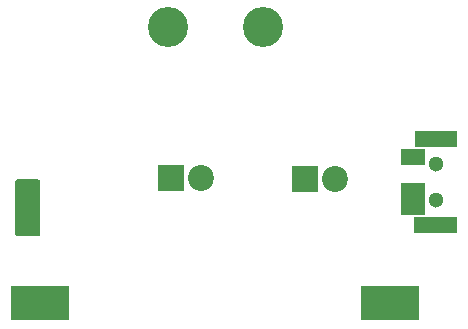
<source format=gbr>
G04 #@! TF.GenerationSoftware,KiCad,Pcbnew,(5.1.4)-1*
G04 #@! TF.CreationDate,2020-11-27T18:52:48+01:00*
G04 #@! TF.ProjectId,SpaceBADGE,53706163-6542-4414-9447-452e6b696361,rev?*
G04 #@! TF.SameCoordinates,Original*
G04 #@! TF.FileFunction,Soldermask,Bot*
G04 #@! TF.FilePolarity,Negative*
%FSLAX46Y46*%
G04 Gerber Fmt 4.6, Leading zero omitted, Abs format (unit mm)*
G04 Created by KiCad (PCBNEW (5.1.4)-1) date 2020-11-27 18:52:48*
%MOMM*%
%LPD*%
G04 APERTURE LIST*
%ADD10C,1.425000*%
%ADD11C,0.100000*%
%ADD12R,4.900000X3.000000*%
%ADD13C,3.400000*%
%ADD14R,2.900000X1.400000*%
%ADD15R,1.400000X1.400000*%
%ADD16R,2.100000X1.400000*%
%ADD17C,1.300000*%
%ADD18R,2.200000X2.200000*%
%ADD19C,2.200000*%
G04 APERTURE END LIST*
D10*
X73865740Y-116615820D03*
D11*
G36*
X72794583Y-115864302D02*
G01*
X72805964Y-115826783D01*
X72824446Y-115792206D01*
X72849319Y-115761899D01*
X72879626Y-115737026D01*
X72914203Y-115718544D01*
X72951722Y-115707163D01*
X72990740Y-115703320D01*
X74740740Y-115703320D01*
X74779758Y-115707163D01*
X74817277Y-115718544D01*
X74851854Y-115737026D01*
X74882161Y-115761899D01*
X74907034Y-115792206D01*
X74925516Y-115826783D01*
X74936897Y-115864302D01*
X74940740Y-115903320D01*
X74940740Y-118515820D01*
X74936897Y-118554838D01*
X74925516Y-118592357D01*
X74907034Y-118626934D01*
X74882161Y-118657241D01*
X74851854Y-118682114D01*
X74817277Y-118700596D01*
X74779758Y-118711977D01*
X74740740Y-118715820D01*
X74701722Y-118711977D01*
X74664203Y-118700596D01*
X74629626Y-118682114D01*
X74599319Y-118657241D01*
X74579138Y-118633654D01*
X73865740Y-117655279D01*
X73152342Y-118633654D01*
X73126248Y-118662917D01*
X73094947Y-118686527D01*
X73059641Y-118703577D01*
X73021688Y-118713411D01*
X72982545Y-118715652D01*
X72943717Y-118710214D01*
X72906697Y-118697305D01*
X72872906Y-118677422D01*
X72843643Y-118651328D01*
X72820033Y-118620027D01*
X72802983Y-118584721D01*
X72793149Y-118546768D01*
X72790740Y-118515820D01*
X72790740Y-115903320D01*
X72794583Y-115864302D01*
X72794583Y-115864302D01*
G37*
D10*
X73865740Y-119590820D03*
D11*
G36*
X72794583Y-118839302D02*
G01*
X72805964Y-118801783D01*
X72824446Y-118767206D01*
X72839699Y-118748621D01*
X73704610Y-117572342D01*
X73730820Y-117543183D01*
X73762215Y-117519699D01*
X73797588Y-117502790D01*
X73835580Y-117493107D01*
X73874732Y-117491022D01*
X73913538Y-117496616D01*
X73950507Y-117509672D01*
X73984218Y-117529690D01*
X74013377Y-117555900D01*
X74026870Y-117572342D01*
X74891781Y-118748621D01*
X74907034Y-118767206D01*
X74925516Y-118801783D01*
X74936897Y-118839302D01*
X74940740Y-118878320D01*
X74940740Y-120303320D01*
X74936897Y-120342338D01*
X74925516Y-120379857D01*
X74907034Y-120414434D01*
X74882161Y-120444741D01*
X74851854Y-120469614D01*
X74817277Y-120488096D01*
X74779758Y-120499477D01*
X74740740Y-120503320D01*
X72990740Y-120503320D01*
X72951722Y-120499477D01*
X72914203Y-120488096D01*
X72879626Y-120469614D01*
X72849319Y-120444741D01*
X72824446Y-120414434D01*
X72805964Y-120379857D01*
X72794583Y-120342338D01*
X72790740Y-120303320D01*
X72790740Y-118878320D01*
X72794583Y-118839302D01*
X72794583Y-118839302D01*
G37*
D12*
X104529060Y-126199900D03*
X74929060Y-126199900D03*
D13*
X93798660Y-102816660D03*
X85798660Y-102816660D03*
D14*
X108094780Y-112270520D03*
X108044780Y-119570520D03*
D15*
X109524780Y-119570520D03*
X109524780Y-112270520D03*
D16*
X106494780Y-118070520D03*
X106494780Y-116670520D03*
X106494780Y-113820520D03*
D17*
X108424780Y-117420520D03*
X108424780Y-114420520D03*
D18*
X97386800Y-115655600D03*
D19*
X99926800Y-115655600D03*
X88526800Y-115555600D03*
D18*
X85986800Y-115555600D03*
M02*

</source>
